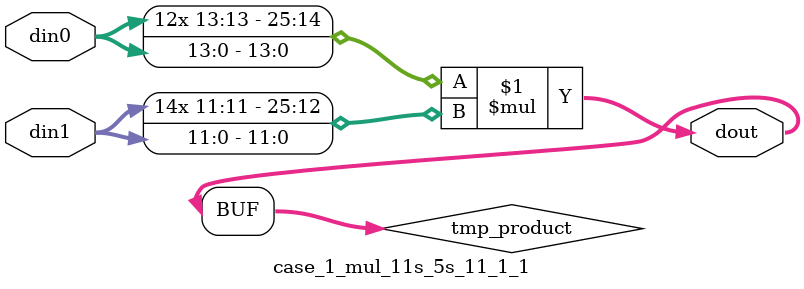
<source format=v>

`timescale 1 ns / 1 ps

 module case_1_mul_11s_5s_11_1_1(din0, din1, dout);
parameter ID = 1;
parameter NUM_STAGE = 0;
parameter din0_WIDTH = 14;
parameter din1_WIDTH = 12;
parameter dout_WIDTH = 26;

input [din0_WIDTH - 1 : 0] din0; 
input [din1_WIDTH - 1 : 0] din1; 
output [dout_WIDTH - 1 : 0] dout;

wire signed [dout_WIDTH - 1 : 0] tmp_product;



























assign tmp_product = $signed(din0) * $signed(din1);








assign dout = tmp_product;





















endmodule

</source>
